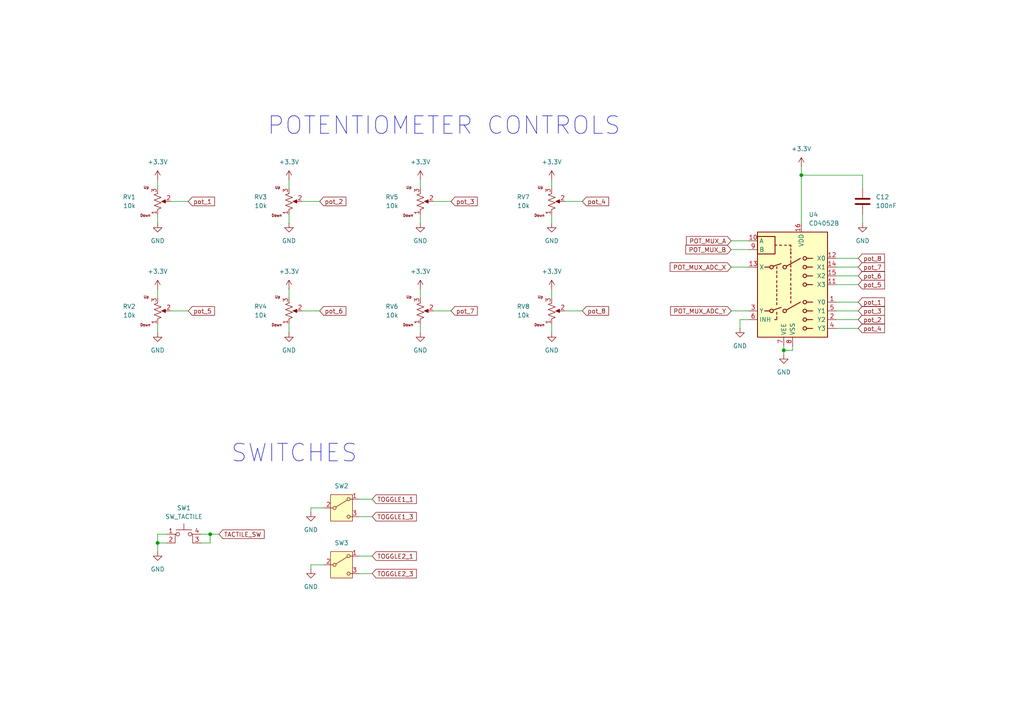
<source format=kicad_sch>
(kicad_sch (version 20250114) (generator "eeschema") (generator_version "9.0")
  (paper "A4")
  (title_block (title "200 Series Synthesis Platform") (date "2025-01-18") (rev "A0") (company "SVG Synthesis"))
  (lib_symbols
    (symbol "0_synthesis_ic:CD4052B"
      (property "Reference" "U" (at -10.16 16.51 0))
      (property "Value" "CD4052B" (at 3.81 16.51 0))
      (symbol "CD4052B_0_1"
        (rectangle (start -10.16 15.24) (end 10.16 -15.24) (stroke (width 0.254)) (fill (type background)))
        (rectangle (start -10.16 8.89) (end -5.08 13.97) (stroke (width 0.254)))
        (polyline (pts (xy -8.128 5.08) (xy -6.604 5.08)) (stroke (width 0.254)))
        (polyline (pts (xy -8.128 -7.62) (xy -6.604 -7.62)) (stroke (width 0.254)))
        (circle (center -6.096 5.08) (radius 0.508) (stroke (width 0.254)))
        (circle (center -6.096 -7.62) (radius 0.508) (stroke (width 0.254)))
        (polyline (pts (xy -5.588 5.334) (xy -3.302 6.096)) (stroke (width 0.254)))
        (polyline (pts (xy -5.588 -7.366) (xy -3.302 -6.604)) (stroke (width 0.254)))
        (polyline (pts (xy -4.572 11.43) (xy -5.08 11.43)) (stroke (width 0.254)))
        (polyline (pts (xy -4.572 4.572) (xy -4.572 5.207)) (stroke (width 0.254)))
        (polyline (pts (xy -4.572 3.302) (xy -4.572 3.937)) (stroke (width 0.254)))
        (polyline (pts (xy -4.572 2.032) (xy -4.572 2.667)) (stroke (width 0.254)))
        (polyline (pts (xy -4.572 0.508) (xy -4.572 1.143)) (stroke (width 0.254)))
        (polyline (pts (xy -4.572 -0.762) (xy -4.572 -0.127)) (stroke (width 0.254)))
        (polyline (pts (xy -4.572 -2.032) (xy -4.572 -1.397)) (stroke (width 0.254)))
        (polyline (pts (xy -4.572 -3.302) (xy -4.572 -2.667)) (stroke (width 0.254)))
        (polyline (pts (xy -4.572 -4.572) (xy -4.572 -3.937)) (stroke (width 0.254)))
        (polyline (pts (xy -4.572 -5.842) (xy -4.572 -5.207)) (stroke (width 0.254)))
        (polyline (pts (xy -4.572 -8.636) (xy -4.572 -8.001)) (stroke (width 0.254)))
        (polyline (pts (xy -4.572 -9.906) (xy -4.572 -9.271)) (stroke (width 0.254)))
        (polyline (pts (xy -4.572 -10.16) (xy -5.207 -10.16)) (stroke (width 0.254)))
        (polyline (pts (xy -3.81 11.43) (xy -3.175 11.43)) (stroke (width 0.254)))
        (circle (center -2.286 5.08) (radius 0.508) (stroke (width 0.254)))
        (circle (center -2.286 -7.62) (radius 0.508) (stroke (width 0.254)))
        (polyline (pts (xy -1.778 11.43) (xy -2.286 11.43)) (stroke (width 0.254)))
        (polyline (pts (xy -1.778 5.334) (xy 2.286 7.62)) (stroke (width 0.254)))
        (polyline (pts (xy -1.778 -7.366) (xy 2.286 -5.08)) (stroke (width 0.254)))
        (polyline (pts (xy -0.508 11.43) (xy -1.016 11.43)) (stroke (width 0.254)))
        (polyline (pts (xy -0.508 10.922) (xy -0.508 11.43)) (stroke (width 0.254)))
        (polyline (pts (xy -0.508 9.906) (xy -0.508 10.414)) (stroke (width 0.254)))
        (polyline (pts (xy -0.508 8.89) (xy -0.508 9.525)) (stroke (width 0.254)))
        (polyline (pts (xy -0.508 8.89) (xy -0.508 9.398)) (stroke (width 0.254)))
        (polyline (pts (xy -0.508 7.62) (xy -0.508 8.255)) (stroke (width 0.254)))
        (polyline (pts (xy -0.508 6.35) (xy -0.508 6.985)) (stroke (width 0.254)))
        (polyline (pts (xy -0.508 5.08) (xy -0.508 5.715)) (stroke (width 0.254)))
        (polyline (pts (xy -0.508 3.81) (xy -0.508 4.445)) (stroke (width 0.254)))
        (polyline (pts (xy -0.508 2.54) (xy -0.508 3.175)) (stroke (width 0.254)))
        (polyline (pts (xy -0.508 1.27) (xy -0.508 1.905)) (stroke (width 0.254)))
        (polyline (pts (xy -0.508 -0.254) (xy -0.508 0.381)) (stroke (width 0.254)))
        (polyline (pts (xy -0.508 -1.524) (xy -0.508 -0.889)) (stroke (width 0.254)))
        (polyline (pts (xy -0.508 -2.794) (xy -0.508 -2.159)) (stroke (width 0.254)))
        (polyline (pts (xy -0.508 -4.064) (xy -0.508 -3.429)) (stroke (width 0.254)))
        (polyline (pts (xy -0.508 -5.334) (xy -0.508 -4.699)) (stroke (width 0.254)))
        (circle (center 3.556 7.62) (radius 0.508) (stroke (width 0.254)))
        (circle (center 3.556 5.08) (radius 0.508) (stroke (width 0.254)))
        (circle (center 3.556 2.54) (radius 0.508) (stroke (width 0.254)))
        (circle (center 3.556 0) (radius 0.508) (stroke (width 0.254)))
        (circle (center 3.556 -5.08) (radius 0.508) (stroke (width 0.254)))
        (circle (center 3.556 -7.62) (radius 0.508) (stroke (width 0.254)))
        (circle (center 3.556 -10.16) (radius 0.508) (stroke (width 0.254)))
        (circle (center 3.556 -12.7) (radius 0.508) (stroke (width 0.254)))
        (polyline (pts (xy 4.064 7.62) (xy 5.842 7.62)) (stroke (width 0.254)))
        (polyline (pts (xy 4.064 5.08) (xy 5.842 5.08)) (stroke (width 0.254)))
        (polyline (pts (xy 4.064 2.54) (xy 5.842 2.54)) (stroke (width 0.254)))
        (polyline (pts (xy 4.064 0) (xy 5.842 0)) (stroke (width 0.254)))
        (polyline (pts (xy 4.064 -5.08) (xy 5.842 -5.08)) (stroke (width 0.254)))
        (polyline (pts (xy 4.064 -7.62) (xy 5.842 -7.62)) (stroke (width 0.254)))
        (polyline (pts (xy 4.064 -10.16) (xy 5.842 -10.16)) (stroke (width 0.254)))
        (polyline (pts (xy 4.064 -12.7) (xy 5.842 -12.7)) (stroke (width 0.254)))
      )
      (symbol "CD4052B_1_1"
        (pin input line (at -12.7 12.7 0) (length 2.54) (name "A") (number "10"))
        (pin input line (at -12.7 10.16 0) (length 2.54) (name "B") (number "9"))
        (pin bidirectional line (at -12.7 5.08 0) (length 2.54) (name "X") (number "13"))
        (pin bidirectional line (at -12.7 -7.62 0) (length 2.54) (name "Y") (number "3"))
        (pin input line (at -12.7 -10.16 0) (length 2.54) (name "INH") (number "6"))
        (pin power_in line (at -2.54 -17.78 90) (length 2.54) (name "VEE") (number "7"))
        (pin power_in line (at 0 -17.78 90) (length 2.54) (name "VSS") (number "8"))
        (pin power_in line (at 2.54 17.78 270) (length 2.54) (name "VDD") (number "16"))
        (pin bidirectional line (at 12.7 7.62 180) (length 2.54) (name "X0") (number "12"))
        (pin bidirectional line (at 12.7 5.08 180) (length 2.54) (name "X1") (number "14"))
        (pin bidirectional line (at 12.7 2.54 180) (length 2.54) (name "X2") (number "15"))
        (pin bidirectional line (at 12.7 0 180) (length 2.54) (name "X3") (number "11"))
        (pin bidirectional line (at 12.7 -5.08 180) (length 2.54) (name "Y0") (number "1"))
        (pin bidirectional line (at 12.7 -7.62 180) (length 2.54) (name "Y1") (number "5"))
        (pin bidirectional line (at 12.7 -10.16 180) (length 2.54) (name "Y2") (number "2"))
        (pin bidirectional line (at 12.7 -12.7 180) (length 2.54) (name "Y3") (number "4"))
      )
    )
    (symbol "0_synthesis_other:POT_ALPHA_10K" (pin_names (offset 1.016) (hide yes))
      (property "Reference" "RV" (at 2.54 3.81 0))
      (property "Value" "10k" (at 2.54 -2.54 0))
      (symbol "POT_ALPHA_10K_0_1"
        (polyline (pts (xy 0 2.54) (xy 0 2.286)))
        (polyline (pts (xy 0 2.286) (xy 1.016 1.905) (xy 0 1.524) (xy -1.016 1.143) (xy 0 0.762)))
        (polyline (pts (xy 0 0.762) (xy 1.016 0.381) (xy 0 0) (xy -1.016 -0.381) (xy 0 -0.762)))
        (polyline (pts (xy 0 -0.762) (xy 1.016 -1.143) (xy 0 -1.524) (xy -1.016 -1.905) (xy 0 -2.286)))
        (polyline (pts (xy 0 -2.286) (xy 0 -2.54)))
        (polyline (pts (xy 1.143 0) (xy 2.286 0.508) (xy 2.286 -0.508) (xy 1.143 0)) (fill (type outline)))
        (polyline (pts (xy 2.54 0) (xy 1.524 0)))
      )
      (symbol "POT_ALPHA_10K_1_1"
        (text "Down" (at -3.556 4.064 0) (effects (font (size 0.762 0.762))))
        (text "Up" (at -3.302 -4.064 0) (effects (font (size 0.762 0.762))))
        (pin passive line (at 0 3.81 270) (length 1.27) (name "1") (number "1"))
        (pin passive line (at 0 -3.81 90) (length 1.27) (name "3") (number "3"))
        (pin passive line (at 3.81 0 180) (length 1.27) (name "2") (number "2"))
      )
    )
    (symbol "0_synthesis_other:SW_SPDT_ON_OFF_ON_SUBMINI" (pin_names (offset 0) (hide yes))
      (property "Reference" "SW" (at 0 5.08 0))
      (symbol "SW_SPDT_ON_OFF_ON_SUBMINI_0_1"
        (circle (center -2.032 0) (radius 0.4572))
        (polyline (pts (xy -1.651 0.254) (xy 1.651 2.286)))
        (circle (center 2.032 2.54) (radius 0.4572))
        (circle (center 2.032 -2.54) (radius 0.4572))
      )
      (symbol "SW_SPDT_ON_OFF_ON_SUBMINI_1_1"
        (rectangle (start -3.175 3.81) (end 3.175 -3.81) (fill (type background)))
        (pin passive line (at -5.08 0 0) (length 2.54) (name "B") (number "2"))
        (pin passive line (at 5.08 2.54 180) (length 2.54) (name "A") (number "1"))
        (pin passive line (at 5.08 -2.54 180) (length 2.54) (name "C") (number "3"))
      )
    )
    (symbol "0_synthesis_other:SW_TACTILE_TL1105SPF250Q" (pin_names (offset 1.016) (hide yes))
      (property "Reference" "SW" (at 0.635 5.715 0))
      (property "Value" "SW_TACTILE" (at 0 -3.175 0))
      (symbol "SW_TACTILE_TL1105SPF250Q_0_1"
        (polyline (pts (xy -2.54 0) (xy -2.54 2.54) (xy -2.286 2.54)))
        (polyline (pts (xy -2.286 3.81) (xy 2.286 3.81)))
        (circle (center -1.778 2.54) (radius 0.508))
        (polyline (pts (xy 0 3.81) (xy 0 5.588)))
        (circle (center 1.778 2.54) (radius 0.508))
        (polyline (pts (xy 2.54 0) (xy 2.54 2.54) (xy 2.286 2.54)))
        (pin passive line (at -5.08 2.54 0) (length 2.54) (name "1") (number "1"))
        (pin passive line (at -5.08 0 0) (length 2.54) (name "2") (number "2"))
        (pin passive line (at 5.08 2.54 180) (length 2.54) (name "A") (number "4"))
        (pin passive line (at 5.08 0 180) (length 2.54) (name "K") (number "3"))
      )
    )
    (symbol "0_synthesis_passives:CAP_100NF_0603_X7R" (pin_numbers (hide yes)) (pin_names (offset 0.254))
      (property "Reference" "C" (at 0.635 2.54 0))
      (property "Value" "100nF" (at 0.635 -2.54 0))
      (symbol "CAP_100NF_0603_X7R_0_1"
        (polyline (pts (xy -2.032 0.762) (xy 2.032 0.762)) (stroke (width 0.508)))
        (polyline (pts (xy -2.032 -0.762) (xy 2.032 -0.762)) (stroke (width 0.508)))
      )
      (symbol "CAP_100NF_0603_X7R_1_1"
        (pin passive line (at 0 3.81 270) (length 2.794) (name "~") (number "1"))
        (pin passive line (at 0 -3.81 90) (length 2.794) (name "~") (number "2"))
      )
    )
    (symbol "power:+3.3V" (power) (pin_numbers (hide yes)) (pin_names (offset 0) (hide yes))
      (property "Value" "+3.3V" (at 0 3.556 0))
      (symbol "+3.3V_0_1"
        (polyline (pts (xy -0.762 1.27) (xy 0 2.54)))
        (polyline (pts (xy 0 2.54) (xy 0.762 1.27)))
        (polyline (pts (xy 0 0) (xy 0 2.54)))
      )
      (symbol "+3.3V_1_1"
        (pin power_in line (at 0 0 90) (length 0) (name "~") (number "1"))
      )
    )
    (symbol "power:GND" (power) (pin_numbers (hide yes)) (pin_names (offset 0) (hide yes))
      (property "Value" "GND" (at 0 -3.81 0))
      (symbol "GND_0_1"
        (polyline (pts (xy 0 0) (xy 0 -1.27) (xy 1.27 -1.27) (xy 0 -2.54) (xy -1.27 -1.27) (xy 0 -1.27)))
      )
      (symbol "GND_1_1"
        (pin power_in line (at 0 0 270) (length 0) (name "~") (number "1"))
      )
    )
  )
  (text "POTENTIOMETER CONTROLS" (at 128.778 36.576 0) (effects (font (size 5.08 5.08))))
  (text "SWITCHES" (at 85.344 131.572 0) (effects (font (size 5.08 5.08))))
  (junction (at 227.33 101.6))
  (junction (at 45.72 157.48))
  (junction (at 60.96 154.94))
  (junction (at 232.41 50.8))
  (wire (pts (xy 229.87 100.33) (xy 229.87 101.6)))
  (wire (pts (xy 45.72 154.94) (xy 45.72 157.48)))
  (wire (pts (xy 250.19 62.23) (xy 250.19 64.77)))
  (wire (pts (xy 49.53 90.17) (xy 54.61 90.17)))
  (wire (pts (xy 229.87 101.6) (xy 227.33 101.6)))
  (wire (pts (xy 90.17 163.83) (xy 93.98 163.83)))
  (wire (pts (xy 125.73 90.17) (xy 130.81 90.17)))
  (wire (pts (xy 125.73 58.42) (xy 130.81 58.42)))
  (wire (pts (xy 45.72 93.98) (xy 45.72 96.52)))
  (wire (pts (xy 83.82 62.23) (xy 83.82 64.77)))
  (wire (pts (xy 104.14 144.78) (xy 107.95 144.78)))
  (wire (pts (xy 163.83 58.42) (xy 168.91 58.42)))
  (wire (pts (xy 121.92 93.98) (xy 121.92 96.52)))
  (wire (pts (xy 212.09 72.39) (xy 217.17 72.39)))
  (wire (pts (xy 83.82 93.98) (xy 83.82 96.52)))
  (wire (pts (xy 60.96 157.48) (xy 58.42 157.48)))
  (wire (pts (xy 242.57 77.47) (xy 248.92 77.47)))
  (wire (pts (xy 242.57 74.93) (xy 248.92 74.93)))
  (wire (pts (xy 232.41 50.8) (xy 232.41 64.77)))
  (wire (pts (xy 121.92 52.07) (xy 121.92 54.61)))
  (wire (pts (xy 227.33 100.33) (xy 227.33 101.6)))
  (wire (pts (xy 214.63 95.25) (xy 214.63 92.71)))
  (wire (pts (xy 58.42 154.94) (xy 60.96 154.94)))
  (wire (pts (xy 121.92 62.23) (xy 121.92 64.77)))
  (wire (pts (xy 49.53 58.42) (xy 54.61 58.42)))
  (wire (pts (xy 242.57 90.17) (xy 248.92 90.17)))
  (wire (pts (xy 242.57 92.71) (xy 248.92 92.71)))
  (wire (pts (xy 90.17 148.59) (xy 90.17 147.32)))
  (wire (pts (xy 45.72 157.48) (xy 48.26 157.48)))
  (wire (pts (xy 83.82 83.82) (xy 83.82 86.36)))
  (wire (pts (xy 104.14 149.86) (xy 107.95 149.86)))
  (wire (pts (xy 232.41 50.8) (xy 250.19 50.8)))
  (wire (pts (xy 232.41 48.26) (xy 232.41 50.8)))
  (wire (pts (xy 87.63 90.17) (xy 92.71 90.17)))
  (wire (pts (xy 45.72 62.23) (xy 45.72 64.77)))
  (wire (pts (xy 90.17 147.32) (xy 93.98 147.32)))
  (wire (pts (xy 212.09 77.47) (xy 217.17 77.47)))
  (wire (pts (xy 45.72 160.02) (xy 45.72 157.48)))
  (wire (pts (xy 45.72 83.82) (xy 45.72 86.36)))
  (wire (pts (xy 45.72 52.07) (xy 45.72 54.61)))
  (wire (pts (xy 242.57 87.63) (xy 248.92 87.63)))
  (wire (pts (xy 83.82 52.07) (xy 83.82 54.61)))
  (wire (pts (xy 48.26 154.94) (xy 45.72 154.94)))
  (wire (pts (xy 242.57 80.01) (xy 248.92 80.01)))
  (wire (pts (xy 214.63 92.71) (xy 217.17 92.71)))
  (wire (pts (xy 212.09 90.17) (xy 217.17 90.17)))
  (wire (pts (xy 242.57 82.55) (xy 248.92 82.55)))
  (wire (pts (xy 160.02 93.98) (xy 160.02 96.52)))
  (wire (pts (xy 104.14 166.37) (xy 107.95 166.37)))
  (wire (pts (xy 87.63 58.42) (xy 92.71 58.42)))
  (wire (pts (xy 60.96 154.94) (xy 63.5 154.94)))
  (wire (pts (xy 90.17 165.1) (xy 90.17 163.83)))
  (wire (pts (xy 121.92 83.82) (xy 121.92 86.36)))
  (wire (pts (xy 160.02 83.82) (xy 160.02 86.36)))
  (wire (pts (xy 160.02 62.23) (xy 160.02 64.77)))
  (wire (pts (xy 163.83 90.17) (xy 168.91 90.17)))
  (wire (pts (xy 212.09 69.85) (xy 217.17 69.85)))
  (wire (pts (xy 250.19 50.8) (xy 250.19 54.61)))
  (wire (pts (xy 160.02 52.07) (xy 160.02 54.61)))
  (wire (pts (xy 227.33 101.6) (xy 227.33 102.87)))
  (wire (pts (xy 104.14 161.29) (xy 107.95 161.29)))
  (wire (pts (xy 242.57 95.25) (xy 248.92 95.25)))
  (wire (pts (xy 60.96 154.94) (xy 60.96 157.48)))
  (global_label "TOGGLE1_1" (shape input) (at 107.95 144.78 0) (property "Intersheetrefs" "${INTERSHEET_REFS}" (effects (hide yes))))
  (global_label "TOGGLE2_3" (shape input) (at 107.95 166.37 0) (property "Intersheetrefs" "${INTERSHEET_REFS}" (effects (hide yes))))
  (global_label "pot_2" (shape input) (at 92.71 58.42 0) (property "Intersheetrefs" "${INTERSHEET_REFS}" (effects (hide yes))))
  (global_label "POT_MUX_A" (shape input) (at 212.09 69.85 180) (property "Intersheetrefs" "${INTERSHEET_REFS}" (effects (hide yes))))
  (global_label "pot_1" (shape input) (at 248.92 87.63 0) (property "Intersheetrefs" "${INTERSHEET_REFS}" (effects (hide yes))))
  (global_label "pot_7" (shape input) (at 248.92 77.47 0) (property "Intersheetrefs" "${INTERSHEET_REFS}" (effects (hide yes))))
  (global_label "pot_8" (shape input) (at 168.91 90.17 0) (property "Intersheetrefs" "${INTERSHEET_REFS}" (effects (hide yes))))
  (global_label "pot_5" (shape input) (at 248.92 82.55 0) (property "Intersheetrefs" "${INTERSHEET_REFS}" (effects (hide yes))))
  (global_label "pot_1" (shape input) (at 54.61 58.42 0) (property "Intersheetrefs" "${INTERSHEET_REFS}" (effects (hide yes))))
  (global_label "pot_6" (shape input) (at 248.92 80.01 0) (property "Intersheetrefs" "${INTERSHEET_REFS}" (effects (hide yes))))
  (global_label "pot_2" (shape input) (at 248.92 92.71 0) (property "Intersheetrefs" "${INTERSHEET_REFS}" (effects (hide yes))))
  (global_label "pot_4" (shape input) (at 168.91 58.42 0) (property "Intersheetrefs" "${INTERSHEET_REFS}" (effects (hide yes))))
  (global_label "pot_6" (shape input) (at 92.71 90.17 0) (property "Intersheetrefs" "${INTERSHEET_REFS}" (effects (hide yes))))
  (global_label "pot_3" (shape input) (at 248.92 90.17 0) (property "Intersheetrefs" "${INTERSHEET_REFS}" (effects (hide yes))))
  (global_label "POT_MUX_ADC_X" (shape input) (at 212.09 77.47 180) (property "Intersheetrefs" "${INTERSHEET_REFS}" (effects (hide yes))))
  (global_label "pot_5" (shape input) (at 54.61 90.17 0) (property "Intersheetrefs" "${INTERSHEET_REFS}" (effects (hide yes))))
  (global_label "TOGGLE1_3" (shape input) (at 107.95 149.86 0) (property "Intersheetrefs" "${INTERSHEET_REFS}" (effects (hide yes))))
  (global_label "POT_MUX_ADC_Y" (shape input) (at 212.09 90.17 180) (property "Intersheetrefs" "${INTERSHEET_REFS}" (effects (hide yes))))
  (global_label "POT_MUX_B" (shape input) (at 212.09 72.39 180) (property "Intersheetrefs" "${INTERSHEET_REFS}" (effects (hide yes))))
  (global_label "pot_3" (shape input) (at 130.81 58.42 0) (property "Intersheetrefs" "${INTERSHEET_REFS}" (effects (hide yes))))
  (global_label "pot_4" (shape input) (at 248.92 95.25 0) (property "Intersheetrefs" "${INTERSHEET_REFS}" (effects (hide yes))))
  (global_label "TOGGLE2_1" (shape input) (at 107.95 161.29 0) (property "Intersheetrefs" "${INTERSHEET_REFS}" (effects (hide yes))))
  (global_label "pot_8" (shape input) (at 248.92 74.93 0) (property "Intersheetrefs" "${INTERSHEET_REFS}" (effects (hide yes))))
  (global_label "TACTILE_SW" (shape input) (at 63.5 154.94 0) (property "Intersheetrefs" "${INTERSHEET_REFS}" (effects (hide yes))))
  (global_label "pot_7" (shape input) (at 130.81 90.17 0) (property "Intersheetrefs" "${INTERSHEET_REFS}" (effects (hide yes))))
  (symbol (lib_id "0_synthesis_passives:CAP_100NF_0603_X7R") (at 250.19 58.42 0) (unit 1)
    (property "Reference" "C12" (at 254 57.1499 0) (effects (justify left)))
    (property "Value" "100nF" (at 254 59.6899 0) (effects (justify left)))
    (property "Footprint" "0_synthesis_smt:C_0603_1608Metric" (effects (hide yes)))
    (property "Description" "CAP CER 0.1UF 50V X7R 0603" (effects (hide yes)))
    (property "MFR" "YAGEO" (effects (hide yes)))
    (property "MPN" "CC0603KRX7R9BB104" (effects (hide yes)))
    (property "LCSC" "C14663" (effects (hide yes)))
  )
  (symbol (lib_id "0_synthesis_other:SW_SPDT_ON_OFF_ON_SUBMINI") (at 99.06 163.83 0) (unit 1)
    (property "Reference" "SW3" (at 99.06 157.48 0))
    (property "Value" "SW_SPDT_ON_OFF_ON_SUBMINI" (effects (hide yes)))
    (property "Footprint" "0_synthesis_tht:SW_TOGGLE_2MS3T1B3M2QES" (effects (hide yes)))
    (property "Description" "SUBMINIATURE TOGGLE SWITCH ON OFF ON PC PIN" (effects (hide yes)))
    (property "MFR" "DAILYWELL" (effects (hide yes)))
    (property "MPN" "2MS3T1B1M2QES" (effects (hide yes)))
  )
  (symbol (lib_id "power:+3.3V") (at 121.92 83.82 0) (unit 1)
    (property "Reference" "#PWR072" (effects (hide yes)))
    (property "Value" "+3.3V" (at 121.92 78.74 0))
    (property "Description" "Power symbol creates a global label with name \"+3.3V\"" (effects (hide yes)))
  )
  (symbol (lib_id "power:GND") (at 90.17 148.59 0) (unit 1)
    (property "Reference" "#PWR064" (effects (hide yes)))
    (property "Value" "GND" (at 90.17 153.67 0))
    (property "Description" "Power symbol creates a global label with name \"GND\" , ground" (effects (hide yes)))
  )
  (symbol (lib_id "0_synthesis_other:SW_SPDT_ON_OFF_ON_SUBMINI") (at 99.06 147.32 0) (unit 1)
    (property "Reference" "SW2" (at 99.06 140.97 0))
    (property "Value" "SW_SPDT_ON_OFF_ON_SUBMINI" (effects (hide yes)))
    (property "Footprint" "0_synthesis_tht:SW_TOGGLE_2MS3T1B3M2QES" (effects (hide yes)))
    (property "Description" "SUBMINIATURE TOGGLE SWITCH ON OFF ON PC PIN" (effects (hide yes)))
    (property "MFR" "DAILYWELL" (effects (hide yes)))
    (property "MPN" "2MS3T1B1M2QES" (effects (hide yes)))
  )
  (symbol (lib_id "power:+3.3V") (at 45.72 83.82 0) (unit 1)
    (property "Reference" "#PWR062" (effects (hide yes)))
    (property "Value" "+3.3V" (at 45.72 78.74 0))
    (property "Description" "Power symbol creates a global label with name \"+3.3V\"" (effects (hide yes)))
  )
  (symbol (lib_id "power:GND") (at 227.33 102.87 0) (unit 1)
    (property "Reference" "#PWR079" (effects (hide yes)))
    (property "Value" "GND" (at 227.33 107.95 0))
    (property "Description" "Power symbol creates a global label with name \"GND\" , ground" (effects (hide yes)))
  )
  (symbol (lib_id "0_synthesis_other:POT_ALPHA_10K") (at 45.72 58.42 0) (mirror x) (unit 1)
    (property "Reference" "RV1" (at 39.37 57.1499 0) (effects (justify right)))
    (property "Value" "10k" (at 39.37 59.6899 0) (effects (justify right)))
    (property "Footprint" "0_synthesis_tht:ALPHAPOT" (effects (hide yes)))
    (property "Description" "10K POTENTIOMETER LINEAR" (effects (hide yes)))
    (property "MFR" "ALPHA" (effects (hide yes)))
    (property "MPN" "RD901F-40-15F-B10K-00DL1" (effects (hide yes)))
  )
  (symbol (lib_id "power:GND") (at 160.02 64.77 0) (unit 1)
    (property "Reference" "#PWR075" (effects (hide yes)))
    (property "Value" "GND" (at 160.02 69.85 0))
    (property "Description" "Power symbol creates a global label with name \"GND\" , ground" (effects (hide yes)))
  )
  (symbol (lib_id "power:+3.3V") (at 160.02 52.07 0) (unit 1)
    (property "Reference" "#PWR074" (effects (hide yes)))
    (property "Value" "+3.3V" (at 160.02 46.99 0))
    (property "Description" "Power symbol creates a global label with name \"+3.3V\"" (effects (hide yes)))
  )
  (symbol (lib_id "power:GND") (at 90.17 165.1 0) (unit 1)
    (property "Reference" "#PWR065" (effects (hide yes)))
    (property "Value" "GND" (at 90.17 170.18 0))
    (property "Description" "Power symbol creates a global label with name \"GND\" , ground" (effects (hide yes)))
  )
  (symbol (lib_id "power:GND") (at 45.72 160.02 0) (unit 1)
    (property "Reference" "#PWR059" (effects (hide yes)))
    (property "Value" "GND" (at 45.72 165.1 0))
    (property "Description" "Power symbol creates a global label with name \"GND\" , ground" (effects (hide yes)))
  )
  (symbol (lib_id "power:GND") (at 214.63 95.25 0) (unit 1)
    (property "Reference" "#PWR078" (effects (hide yes)))
    (property "Value" "GND" (at 214.63 100.33 0))
    (property "Description" "Power symbol creates a global label with name \"GND\" , ground" (effects (hide yes)))
  )
  (symbol (lib_id "0_synthesis_other:SW_TACTILE_TL1105SPF250Q") (at 53.34 157.48 0) (unit 1)
    (property "Reference" "SW1" (at 53.34 147.32 0))
    (property "Value" "SW_TACTILE" (at 53.34 149.86 0))
    (property "Footprint" "0_synthesis_tht:SW_TACTILE_TL1105SPF250Q" (effects (hide yes)))
    (property "Description" "SWITCH TACTILE SPST-NO 0.05A 12V" (effects (hide yes)))
    (property "MFR" "E-SWITCH" (effects (hide yes)))
    (property "MPN" "TL1105SPF250Q" (effects (hide yes)))
    (property "LCSC" "C273486" (effects (hide yes)))
  )
  (symbol (lib_id "power:GND") (at 160.02 96.52 0) (unit 1)
    (property "Reference" "#PWR077" (effects (hide yes)))
    (property "Value" "GND" (at 160.02 101.6 0))
    (property "Description" "Power symbol creates a global label with name \"GND\" , ground" (effects (hide yes)))
  )
  (symbol (lib_id "power:GND") (at 250.19 64.77 0) (unit 1)
    (property "Reference" "#PWR081" (effects (hide yes)))
    (property "Value" "GND" (at 250.19 69.85 0))
    (property "Description" "Power symbol creates a global label with name \"GND\" , ground" (effects (hide yes)))
  )
  (symbol (lib_id "0_synthesis_other:POT_ALPHA_10K") (at 45.72 90.17 0) (mirror x) (unit 1)
    (property "Reference" "RV2" (at 39.37 88.8999 0) (effects (justify right)))
    (property "Value" "10k" (at 39.37 91.4399 0) (effects (justify right)))
    (property "Footprint" "0_synthesis_tht:ALPHAPOT" (effects (hide yes)))
    (property "Description" "10K POTENTIOMETER LINEAR" (effects (hide yes)))
    (property "MFR" "ALPHA" (effects (hide yes)))
    (property "MPN" "RD901F-40-15F-B10K-00DL1" (effects (hide yes)))
  )
  (symbol (lib_id "0_synthesis_other:POT_ALPHA_10K") (at 121.92 90.17 0) (mirror x) (unit 1)
    (property "Reference" "RV6" (at 115.57 88.8999 0) (effects (justify right)))
    (property "Value" "10k" (at 115.57 91.4399 0) (effects (justify right)))
    (property "Footprint" "0_synthesis_tht:ALPHAPOT" (effects (hide yes)))
    (property "Description" "10K POTENTIOMETER LINEAR" (effects (hide yes)))
    (property "MFR" "ALPHA" (effects (hide yes)))
    (property "MPN" "RD901F-40-15F-B10K-00DL1" (effects (hide yes)))
  )
  (symbol (lib_id "power:+3.3V") (at 45.72 52.07 0) (unit 1)
    (property "Reference" "#PWR060" (effects (hide yes)))
    (property "Value" "+3.3V" (at 45.72 46.99 0))
    (property "Description" "Power symbol creates a global label with name \"+3.3V\"" (effects (hide yes)))
  )
  (symbol (lib_id "power:GND") (at 121.92 64.77 0) (unit 1)
    (property "Reference" "#PWR071" (effects (hide yes)))
    (property "Value" "GND" (at 121.92 69.85 0))
    (property "Description" "Power symbol creates a global label with name \"GND\" , ground" (effects (hide yes)))
  )
  (symbol (lib_id "0_synthesis_other:POT_ALPHA_10K") (at 83.82 58.42 0) (mirror x) (unit 1)
    (property "Reference" "RV3" (at 77.47 57.1499 0) (effects (justify right)))
    (property "Value" "10k" (at 77.47 59.6899 0) (effects (justify right)))
    (property "Footprint" "0_synthesis_tht:ALPHAPOT" (effects (hide yes)))
    (property "Description" "10K POTENTIOMETER LINEAR" (effects (hide yes)))
    (property "MFR" "ALPHA" (effects (hide yes)))
    (property "MPN" "RD901F-40-15F-B10K-00DL1" (effects (hide yes)))
  )
  (symbol (lib_id "power:GND") (at 83.82 64.77 0) (unit 1)
    (property "Reference" "#PWR067" (effects (hide yes)))
    (property "Value" "GND" (at 83.82 69.85 0))
    (property "Description" "Power symbol creates a global label with name \"GND\" , ground" (effects (hide yes)))
  )
  (symbol (lib_id "power:GND") (at 45.72 64.77 0) (unit 1)
    (property "Reference" "#PWR061" (effects (hide yes)))
    (property "Value" "GND" (at 45.72 69.85 0))
    (property "Description" "Power symbol creates a global label with name \"GND\" , ground" (effects (hide yes)))
  )
  (symbol (lib_id "power:GND") (at 121.92 96.52 0) (unit 1)
    (property "Reference" "#PWR073" (effects (hide yes)))
    (property "Value" "GND" (at 121.92 101.6 0))
    (property "Description" "Power symbol creates a global label with name \"GND\" , ground" (effects (hide yes)))
  )
  (symbol (lib_id "0_synthesis_other:POT_ALPHA_10K") (at 121.92 58.42 0) (mirror x) (unit 1)
    (property "Reference" "RV5" (at 115.57 57.1499 0) (effects (justify right)))
    (property "Value" "10k" (at 115.57 59.6899 0) (effects (justify right)))
    (property "Footprint" "0_synthesis_tht:ALPHAPOT" (effects (hide yes)))
    (property "Description" "10K POTENTIOMETER LINEAR" (effects (hide yes)))
    (property "MFR" "ALPHA" (effects (hide yes)))
    (property "MPN" "RD901F-40-15F-B10K-00DL1" (effects (hide yes)))
  )
  (symbol (lib_id "0_synthesis_other:POT_ALPHA_10K") (at 160.02 90.17 0) (mirror x) (unit 1)
    (property "Reference" "RV8" (at 153.67 88.8999 0) (effects (justify right)))
    (property "Value" "10k" (at 153.67 91.4399 0) (effects (justify right)))
    (property "Footprint" "0_synthesis_tht:ALPHAPOT" (effects (hide yes)))
    (property "Description" "10K POTENTIOMETER LINEAR" (effects (hide yes)))
    (property "MFR" "ALPHA" (effects (hide yes)))
    (property "MPN" "RD901F-40-15F-B10K-00DL1" (effects (hide yes)))
  )
  (symbol (lib_id "power:+3.3V") (at 232.41 48.26 0) (unit 1)
    (property "Reference" "#PWR080" (effects (hide yes)))
    (property "Value" "+3.3V" (at 232.41 43.18 0))
    (property "Description" "Power symbol creates a global label with name \"+3.3V\"" (effects (hide yes)))
  )
  (symbol (lib_id "power:+3.3V") (at 83.82 52.07 0) (unit 1)
    (property "Reference" "#PWR066" (effects (hide yes)))
    (property "Value" "+3.3V" (at 83.82 46.99 0))
    (property "Description" "Power symbol creates a global label with name \"+3.3V\"" (effects (hide yes)))
  )
  (symbol (lib_id "0_synthesis_ic:CD4052B") (at 229.87 82.55 0) (unit 1)
    (property "Reference" "U4" (at 234.5533 62.23 0) (effects (justify left)))
    (property "Value" "CD4052B" (at 234.5533 64.77 0) (effects (justify left)))
    (property "Footprint" "0_synthesis_smt:TSSOP-16_4.4x5mm_P0.65mm" (effects (hide yes)))
    (property "Datasheet" "http://www.ti.com/lit/ds/symlink/cd4052b.pdf" (effects (hide yes)))
    (property "Description" "IC SWITCH SP4TX2 240OHM 16TSSOP" (effects (hide yes)))
    (property "MFR" "TEXAS INTRUMENTS" (effects (hide yes)))
    (property "MPN" "CD4052BPWR" (effects (hide yes)))
    (property "LCSC" "C6522" (effects (hide yes)))
  )
  (symbol (lib_id "power:+3.3V") (at 83.82 83.82 0) (unit 1)
    (property "Reference" "#PWR068" (effects (hide yes)))
    (property "Value" "+3.3V" (at 83.82 78.74 0))
    (property "Description" "Power symbol creates a global label with name \"+3.3V\"" (effects (hide yes)))
  )
  (symbol (lib_id "0_synthesis_other:POT_ALPHA_10K") (at 160.02 58.42 0) (mirror x) (unit 1)
    (property "Reference" "RV7" (at 153.67 57.1499 0) (effects (justify right)))
    (property "Value" "10k" (at 153.67 59.6899 0) (effects (justify right)))
    (property "Footprint" "0_synthesis_tht:ALPHAPOT" (effects (hide yes)))
    (property "Description" "10K POTENTIOMETER LINEAR" (effects (hide yes)))
    (property "MFR" "ALPHA" (effects (hide yes)))
    (property "MPN" "RD901F-40-15F-B10K-00DL1" (effects (hide yes)))
  )
  (symbol (lib_id "0_synthesis_other:POT_ALPHA_10K") (at 83.82 90.17 0) (mirror x) (unit 1)
    (property "Reference" "RV4" (at 77.47 88.8999 0) (effects (justify right)))
    (property "Value" "10k" (at 77.47 91.4399 0) (effects (justify right)))
    (property "Footprint" "0_synthesis_tht:ALPHAPOT" (effects (hide yes)))
    (property "Description" "10K POTENTIOMETER LINEAR" (effects (hide yes)))
    (property "MFR" "ALPHA" (effects (hide yes)))
    (property "MPN" "RD901F-40-15F-B10K-00DL1" (effects (hide yes)))
  )
  (symbol (lib_id "power:+3.3V") (at 160.02 83.82 0) (unit 1)
    (property "Reference" "#PWR076" (effects (hide yes)))
    (property "Value" "+3.3V" (at 160.02 78.74 0))
    (property "Description" "Power symbol creates a global label with name \"+3.3V\"" (effects (hide yes)))
  )
  (symbol (lib_id "power:GND") (at 45.72 96.52 0) (unit 1)
    (property "Reference" "#PWR063" (effects (hide yes)))
    (property "Value" "GND" (at 45.72 101.6 0))
    (property "Description" "Power symbol creates a global label with name \"GND\" , ground" (effects (hide yes)))
  )
  (symbol (lib_id "power:+3.3V") (at 121.92 52.07 0) (unit 1)
    (property "Reference" "#PWR070" (effects (hide yes)))
    (property "Value" "+3.3V" (at 121.92 46.99 0))
    (property "Description" "Power symbol creates a global label with name \"+3.3V\"" (effects (hide yes)))
  )
  (symbol (lib_id "power:GND") (at 83.82 96.52 0) (unit 1)
    (property "Reference" "#PWR069" (effects (hide yes)))
    (property "Value" "GND" (at 83.82 101.6 0))
    (property "Description" "Power symbol creates a global label with name \"GND\" , ground" (effects (hide yes)))
  )
)
</source>
